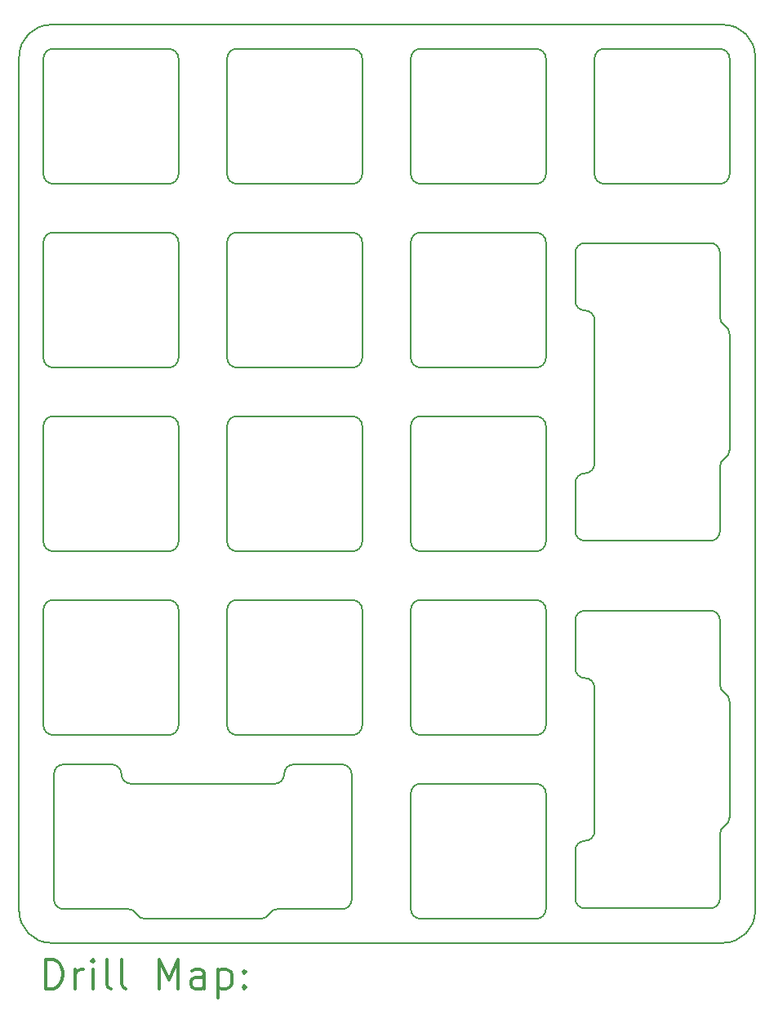
<source format=gbr>
%FSLAX45Y45*%
G04 Gerber Fmt 4.5, Leading zero omitted, Abs format (unit mm)*
G04 Created by KiCad (PCBNEW 5.1.10-88a1d61d58~90~ubuntu21.04.1) date 2021-08-17 12:25:40*
%MOMM*%
%LPD*%
G01*
G04 APERTURE LIST*
%TA.AperFunction,Profile*%
%ADD10C,0.200000*%
%TD*%
%TA.AperFunction,Profile*%
%ADD11C,0.150000*%
%TD*%
%ADD12C,0.200000*%
%ADD13C,0.300000*%
G04 APERTURE END LIST*
D10*
X17733969Y-9621249D02*
X16433969Y-9621249D01*
X13158152Y-13490149D02*
G75*
G02*
X13244754Y-13440149I86603J-50000D01*
G01*
X11527749Y-11940149D02*
X11027749Y-11940149D01*
X11027749Y-13440149D02*
G75*
G02*
X10927749Y-13340149I0J100000D01*
G01*
X13315349Y-12040149D02*
X13315349Y-12040149D01*
X10927749Y-12040149D02*
G75*
G02*
X11027749Y-11940149I100000J0D01*
G01*
X13315349Y-12040149D02*
G75*
G02*
X13415349Y-11940149I100000J0D01*
G01*
X13158152Y-13490149D02*
G75*
G02*
X13071549Y-13540149I-86603J50000D01*
G01*
X13215349Y-12140149D02*
X11727749Y-12140149D01*
X13071549Y-13540149D02*
X11871549Y-13540149D01*
X14015349Y-13340149D02*
X14015349Y-12040149D01*
X11727749Y-12140149D02*
G75*
G02*
X11627749Y-12040149I0J100000D01*
G01*
X11527749Y-11940149D02*
G75*
G02*
X11627749Y-12040149I0J-100000D01*
G01*
X13915349Y-11940149D02*
X13415349Y-11940149D01*
X13315349Y-12040149D02*
G75*
G02*
X13215349Y-12140149I-100000J0D01*
G01*
X11698344Y-13440149D02*
G75*
G02*
X11784947Y-13490149I0J-100000D01*
G01*
X13915349Y-13440149D02*
X13244754Y-13440149D01*
X14015349Y-13340149D02*
G75*
G02*
X13915349Y-13440149I-100000J0D01*
G01*
X11627749Y-12040149D02*
X11627749Y-12040149D01*
X11027749Y-13440149D02*
X11698344Y-13440149D01*
X13915349Y-11940149D02*
G75*
G02*
X14015349Y-12040149I0J-100000D01*
G01*
X11871549Y-13540149D02*
G75*
G02*
X11784947Y-13490149I0J100000D01*
G01*
X10927749Y-13340149D02*
X10927749Y-12040149D01*
X17884049Y-11201947D02*
G75*
G02*
X17834049Y-11115344I50000J86603D01*
G01*
X16334049Y-12832349D02*
X16334049Y-13332349D01*
X17834049Y-13332349D02*
G75*
G02*
X17734049Y-13432349I-100000J0D01*
G01*
X16434049Y-11044749D02*
X16434049Y-11044749D01*
X16434049Y-13432349D02*
G75*
G02*
X16334049Y-13332349I0J100000D01*
G01*
X16434049Y-11044749D02*
G75*
G02*
X16334049Y-10944749I0J100000D01*
G01*
X17884049Y-11201947D02*
G75*
G02*
X17934049Y-11288549I-50000J-86603D01*
G01*
X16534049Y-11144749D02*
X16534049Y-12632349D01*
X17934049Y-11288549D02*
X17934049Y-12488549D01*
X17734049Y-10344749D02*
X16434049Y-10344749D01*
X16534049Y-12632349D02*
G75*
G02*
X16434049Y-12732349I-100000J0D01*
G01*
X16334049Y-12832349D02*
G75*
G02*
X16434049Y-12732349I100000J0D01*
G01*
X16334049Y-10444749D02*
X16334049Y-10944749D01*
X16434049Y-11044749D02*
G75*
G02*
X16534049Y-11144749I0J-100000D01*
G01*
X17834049Y-12661754D02*
G75*
G02*
X17884049Y-12575152I100000J0D01*
G01*
X17834049Y-10444749D02*
X17834049Y-11115344D01*
X17734049Y-10344749D02*
G75*
G02*
X17834049Y-10444749I0J-100000D01*
G01*
X16434049Y-12732349D02*
X16434049Y-12732349D01*
X17834049Y-13332349D02*
X17834049Y-12661754D01*
X16334049Y-10444749D02*
G75*
G02*
X16434049Y-10344749I100000J0D01*
G01*
X17934049Y-12488549D02*
G75*
G02*
X17884049Y-12575152I-100000J0D01*
G01*
X17734049Y-13432349D02*
X16434049Y-13432349D01*
X16333969Y-6633649D02*
G75*
G02*
X16433969Y-6533649I100000J0D01*
G01*
X17733969Y-6533649D02*
X16433969Y-6533649D01*
X17833969Y-9521249D02*
G75*
G02*
X17733969Y-9621249I-100000J0D01*
G01*
X17933969Y-8677449D02*
G75*
G02*
X17883969Y-8764052I-100000J0D01*
G01*
X16333969Y-9021249D02*
G75*
G02*
X16433969Y-8921249I100000J0D01*
G01*
X17883969Y-7390847D02*
G75*
G02*
X17933969Y-7477449I-50000J-86603D01*
G01*
X16433969Y-7233649D02*
G75*
G02*
X16333969Y-7133649I0J100000D01*
G01*
X16433969Y-9621249D02*
G75*
G02*
X16333969Y-9521249I0J100000D01*
G01*
X17833969Y-6633649D02*
X17833969Y-7304244D01*
X16533969Y-7333649D02*
X16533969Y-8821249D01*
X16433969Y-8921249D02*
X16433969Y-8921249D01*
X16433969Y-7233649D02*
X16433969Y-7233649D01*
X17833969Y-9521249D02*
X17833969Y-8850654D01*
X16533969Y-8821249D02*
G75*
G02*
X16433969Y-8921249I-100000J0D01*
G01*
X17733969Y-6533649D02*
G75*
G02*
X17833969Y-6633649I0J-100000D01*
G01*
X16433969Y-7233649D02*
G75*
G02*
X16533969Y-7333649I0J-100000D01*
G01*
X17833969Y-8850654D02*
G75*
G02*
X17883969Y-8764052I100000J0D01*
G01*
X17883969Y-7390847D02*
G75*
G02*
X17833969Y-7304244I50000J86603D01*
G01*
X16333969Y-6633649D02*
X16333969Y-7133649D01*
X17933969Y-7477449D02*
X17933969Y-8677449D01*
X16333969Y-9021249D02*
X16333969Y-9521249D01*
X15928900Y-12140099D02*
X14728899Y-12140099D01*
X14628899Y-12240099D02*
G75*
G02*
X14728899Y-12140099I100000J0D01*
G01*
X15928900Y-12140099D02*
G75*
G02*
X16028900Y-12240099I0J-100000D01*
G01*
X16028900Y-13440100D02*
G75*
G02*
X15928900Y-13540100I-100000J0D01*
G01*
X14728899Y-13540100D02*
X15928900Y-13540100D01*
X16028900Y-13440100D02*
X16028900Y-12240099D01*
X14628899Y-12240099D02*
X14628899Y-13440100D01*
X14728899Y-13540100D02*
G75*
G02*
X14628899Y-13440100I0J100000D01*
G01*
X10818899Y-10335099D02*
G75*
G02*
X10918899Y-10235099I100000J0D01*
G01*
X12218900Y-11535100D02*
G75*
G02*
X12118900Y-11635100I-100000J0D01*
G01*
X12723899Y-10335099D02*
G75*
G02*
X12823899Y-10235099I100000J0D01*
G01*
X12118900Y-10235099D02*
X10918899Y-10235099D01*
X14123900Y-11535100D02*
X14123900Y-10335099D01*
X10918899Y-11635100D02*
X12118900Y-11635100D01*
X16028900Y-11535100D02*
X16028900Y-10335099D01*
X12723899Y-10335099D02*
X12723899Y-11535100D01*
X14728899Y-11635100D02*
G75*
G02*
X14628899Y-11535100I0J100000D01*
G01*
X14023900Y-10235099D02*
X12823899Y-10235099D01*
X12218900Y-11535100D02*
X12218900Y-10335099D01*
X15928900Y-10235099D02*
X14728899Y-10235099D01*
X14628899Y-10335099D02*
G75*
G02*
X14728899Y-10235099I100000J0D01*
G01*
X16028900Y-11535100D02*
G75*
G02*
X15928900Y-11635100I-100000J0D01*
G01*
X12118900Y-10235099D02*
G75*
G02*
X12218900Y-10335099I0J-100000D01*
G01*
X14728899Y-11635100D02*
X15928900Y-11635100D01*
X10918899Y-11635100D02*
G75*
G02*
X10818899Y-11535100I0J100000D01*
G01*
X14123900Y-11535100D02*
G75*
G02*
X14023900Y-11635100I-100000J0D01*
G01*
X12823899Y-11635100D02*
X14023900Y-11635100D01*
X10818899Y-10335099D02*
X10818899Y-11535100D01*
X15928900Y-10235099D02*
G75*
G02*
X16028900Y-10335099I0J-100000D01*
G01*
X14023900Y-10235099D02*
G75*
G02*
X14123900Y-10335099I0J-100000D01*
G01*
X14628899Y-10335099D02*
X14628899Y-11535100D01*
X12823899Y-11635100D02*
G75*
G02*
X12723899Y-11535100I0J100000D01*
G01*
X10818899Y-8430099D02*
G75*
G02*
X10918899Y-8330099I100000J0D01*
G01*
X12218900Y-9630100D02*
G75*
G02*
X12118900Y-9730100I-100000J0D01*
G01*
X12723899Y-8430099D02*
G75*
G02*
X12823899Y-8330099I100000J0D01*
G01*
X12118900Y-8330099D02*
X10918899Y-8330099D01*
X14123900Y-9630100D02*
X14123900Y-8430099D01*
X10918899Y-9730100D02*
X12118900Y-9730100D01*
X16028900Y-9630100D02*
X16028900Y-8430099D01*
X12723899Y-8430099D02*
X12723899Y-9630100D01*
X14728899Y-9730100D02*
G75*
G02*
X14628899Y-9630100I0J100000D01*
G01*
X14023900Y-8330099D02*
X12823899Y-8330099D01*
X12218900Y-9630100D02*
X12218900Y-8430099D01*
X15928900Y-8330099D02*
X14728899Y-8330099D01*
X14628899Y-8430099D02*
G75*
G02*
X14728899Y-8330099I100000J0D01*
G01*
X16028900Y-9630100D02*
G75*
G02*
X15928900Y-9730100I-100000J0D01*
G01*
X12118900Y-8330099D02*
G75*
G02*
X12218900Y-8430099I0J-100000D01*
G01*
X14728899Y-9730100D02*
X15928900Y-9730100D01*
X10918899Y-9730100D02*
G75*
G02*
X10818899Y-9630100I0J100000D01*
G01*
X14123900Y-9630100D02*
G75*
G02*
X14023900Y-9730100I-100000J0D01*
G01*
X12823899Y-9730100D02*
X14023900Y-9730100D01*
X10818899Y-8430099D02*
X10818899Y-9630100D01*
X15928900Y-8330099D02*
G75*
G02*
X16028900Y-8430099I0J-100000D01*
G01*
X14023900Y-8330099D02*
G75*
G02*
X14123900Y-8430099I0J-100000D01*
G01*
X14628899Y-8430099D02*
X14628899Y-9630100D01*
X12823899Y-9730100D02*
G75*
G02*
X12723899Y-9630100I0J100000D01*
G01*
X12218900Y-7725100D02*
G75*
G02*
X12118900Y-7825100I-100000J0D01*
G01*
X14023900Y-6425099D02*
X12823899Y-6425099D01*
X16028900Y-7725100D02*
X16028900Y-6525099D01*
X14728899Y-7825100D02*
X15928900Y-7825100D01*
X12723899Y-6525099D02*
G75*
G02*
X12823899Y-6425099I100000J0D01*
G01*
X12823899Y-7825100D02*
G75*
G02*
X12723899Y-7725100I0J100000D01*
G01*
X14123900Y-7725100D02*
G75*
G02*
X14023900Y-7825100I-100000J0D01*
G01*
X10918899Y-7825100D02*
G75*
G02*
X10818899Y-7725100I0J100000D01*
G01*
X14628899Y-6525099D02*
X14628899Y-7725100D01*
X14023900Y-6425099D02*
G75*
G02*
X14123900Y-6525099I0J-100000D01*
G01*
X15928900Y-6425099D02*
G75*
G02*
X16028900Y-6525099I0J-100000D01*
G01*
X15928900Y-6425099D02*
X14728899Y-6425099D01*
X14123900Y-7725100D02*
X14123900Y-6525099D01*
X12723899Y-6525099D02*
X12723899Y-7725100D01*
X10818899Y-6525099D02*
X10818899Y-7725100D01*
X12823899Y-7825100D02*
X14023900Y-7825100D01*
X12118900Y-6425099D02*
X10918899Y-6425099D01*
X14728899Y-7825100D02*
G75*
G02*
X14628899Y-7725100I0J100000D01*
G01*
X12218900Y-7725100D02*
X12218900Y-6525099D01*
X16028900Y-7725100D02*
G75*
G02*
X15928900Y-7825100I-100000J0D01*
G01*
X10918899Y-7825100D02*
X12118900Y-7825100D01*
X14628899Y-6525099D02*
G75*
G02*
X14728899Y-6425099I100000J0D01*
G01*
X10818899Y-6525099D02*
G75*
G02*
X10918899Y-6425099I100000J0D01*
G01*
X12118900Y-6425099D02*
G75*
G02*
X12218900Y-6525099I0J-100000D01*
G01*
X17933900Y-5820100D02*
X17933900Y-4620099D01*
X16633899Y-5920100D02*
X17833900Y-5920100D01*
X16533899Y-4620099D02*
X16533899Y-5820100D01*
X17833900Y-4520099D02*
G75*
G02*
X17933900Y-4620099I0J-100000D01*
G01*
X17833900Y-4520099D02*
X16633899Y-4520099D01*
X16633899Y-5920100D02*
G75*
G02*
X16533899Y-5820100I0J100000D01*
G01*
X17933900Y-5820100D02*
G75*
G02*
X17833900Y-5920100I-100000J0D01*
G01*
X16533899Y-4620099D02*
G75*
G02*
X16633899Y-4520099I100000J0D01*
G01*
X15928900Y-4520099D02*
X14728899Y-4520099D01*
X14628899Y-4620099D02*
G75*
G02*
X14728899Y-4520099I100000J0D01*
G01*
X14728899Y-5920100D02*
G75*
G02*
X14628899Y-5820100I0J100000D01*
G01*
X16028900Y-5820100D02*
G75*
G02*
X15928900Y-5920100I-100000J0D01*
G01*
X15928900Y-4520099D02*
G75*
G02*
X16028900Y-4620099I0J-100000D01*
G01*
X16028900Y-5820100D02*
X16028900Y-4620099D01*
X14628899Y-4620099D02*
X14628899Y-5820100D01*
X14728899Y-5920100D02*
X15928900Y-5920100D01*
X14123900Y-5820100D02*
G75*
G02*
X14023900Y-5920100I-100000J0D01*
G01*
X12823899Y-5920100D02*
G75*
G02*
X12723899Y-5820100I0J100000D01*
G01*
X12723899Y-4620099D02*
X12723899Y-5820100D01*
X14023900Y-4520099D02*
X12823899Y-4520099D01*
X14123900Y-5820100D02*
X14123900Y-4620099D01*
X12823899Y-5920100D02*
X14023900Y-5920100D01*
X12723899Y-4620099D02*
G75*
G02*
X12823899Y-4520099I100000J0D01*
G01*
X14023900Y-4520099D02*
G75*
G02*
X14123900Y-4620099I0J-100000D01*
G01*
X10918899Y-5920100D02*
G75*
G02*
X10818899Y-5820100I0J100000D01*
G01*
X12118900Y-4520099D02*
X10918899Y-4520099D01*
X12218900Y-5820100D02*
X12218900Y-4620099D01*
X10818899Y-4620099D02*
G75*
G02*
X10918899Y-4520099I100000J0D01*
G01*
X12118900Y-4520099D02*
G75*
G02*
X12218900Y-4620099I0J-100000D01*
G01*
X12218900Y-5820100D02*
G75*
G02*
X12118900Y-5920100I-100000J0D01*
G01*
X10918899Y-5920100D02*
X12118900Y-5920100D01*
X10818899Y-4620099D02*
X10818899Y-5820100D01*
D11*
X10897754Y-13790174D02*
G75*
G02*
X10567042Y-13459461I0J330712D01*
G01*
X18199670Y-13459461D02*
G75*
G02*
X17868958Y-13790174I-330712J0D01*
G01*
X17868958Y-4270174D02*
G75*
G02*
X18199670Y-4600886I0J-330712D01*
G01*
X10567042Y-4600886D02*
G75*
G02*
X10897754Y-4270174I330712J0D01*
G01*
X10567042Y-13459461D02*
X10567042Y-4600886D01*
X10897754Y-4270174D02*
X17868958Y-4270174D01*
X18199670Y-4600886D02*
X18199670Y-13459461D01*
X17868958Y-13790174D02*
X10897754Y-13790174D01*
D12*
D13*
X10845971Y-14263388D02*
X10845971Y-13963388D01*
X10917399Y-13963388D01*
X10960256Y-13977674D01*
X10988828Y-14006245D01*
X11003113Y-14034817D01*
X11017399Y-14091959D01*
X11017399Y-14134817D01*
X11003113Y-14191959D01*
X10988828Y-14220531D01*
X10960256Y-14249102D01*
X10917399Y-14263388D01*
X10845971Y-14263388D01*
X11145971Y-14263388D02*
X11145971Y-14063388D01*
X11145971Y-14120531D02*
X11160256Y-14091959D01*
X11174542Y-14077674D01*
X11203113Y-14063388D01*
X11231685Y-14063388D01*
X11331685Y-14263388D02*
X11331685Y-14063388D01*
X11331685Y-13963388D02*
X11317399Y-13977674D01*
X11331685Y-13991959D01*
X11345970Y-13977674D01*
X11331685Y-13963388D01*
X11331685Y-13991959D01*
X11517399Y-14263388D02*
X11488828Y-14249102D01*
X11474542Y-14220531D01*
X11474542Y-13963388D01*
X11674542Y-14263388D02*
X11645970Y-14249102D01*
X11631685Y-14220531D01*
X11631685Y-13963388D01*
X12017399Y-14263388D02*
X12017399Y-13963388D01*
X12117399Y-14177674D01*
X12217399Y-13963388D01*
X12217399Y-14263388D01*
X12488828Y-14263388D02*
X12488828Y-14106245D01*
X12474542Y-14077674D01*
X12445970Y-14063388D01*
X12388828Y-14063388D01*
X12360256Y-14077674D01*
X12488828Y-14249102D02*
X12460256Y-14263388D01*
X12388828Y-14263388D01*
X12360256Y-14249102D01*
X12345970Y-14220531D01*
X12345970Y-14191959D01*
X12360256Y-14163388D01*
X12388828Y-14149102D01*
X12460256Y-14149102D01*
X12488828Y-14134817D01*
X12631685Y-14063388D02*
X12631685Y-14363388D01*
X12631685Y-14077674D02*
X12660256Y-14063388D01*
X12717399Y-14063388D01*
X12745970Y-14077674D01*
X12760256Y-14091959D01*
X12774542Y-14120531D01*
X12774542Y-14206245D01*
X12760256Y-14234817D01*
X12745970Y-14249102D01*
X12717399Y-14263388D01*
X12660256Y-14263388D01*
X12631685Y-14249102D01*
X12903113Y-14234817D02*
X12917399Y-14249102D01*
X12903113Y-14263388D01*
X12888828Y-14249102D01*
X12903113Y-14234817D01*
X12903113Y-14263388D01*
X12903113Y-14077674D02*
X12917399Y-14091959D01*
X12903113Y-14106245D01*
X12888828Y-14091959D01*
X12903113Y-14077674D01*
X12903113Y-14106245D01*
M02*

</source>
